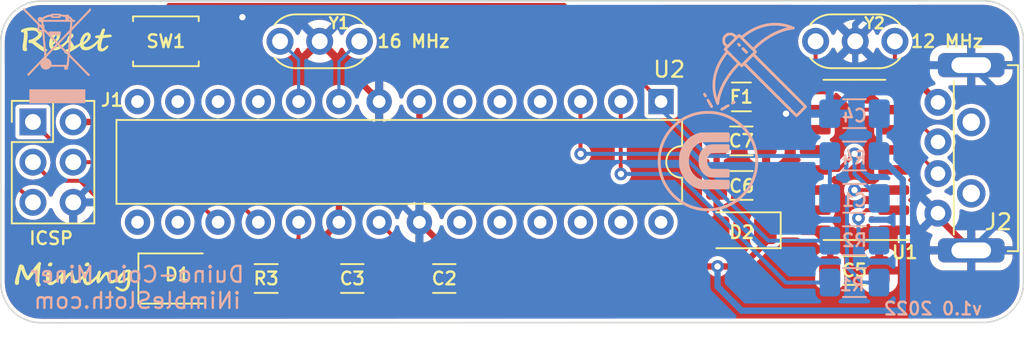
<source format=kicad_pcb>
(kicad_pcb (version 20211014) (generator pcbnew)
  (layers (0 "F.Cu" signal) (31 "B.Cu" signal) (34 "B.Paste" user) (35 "F.Paste" user) (36 "B.SilkS" user "B.Silkscreen") (37 "F.SilkS" user "F.Silkscreen") (38 "B.Mask" user) (39 "F.Mask" user) (44 "Edge.Cuts" user))
  (net 0 "")
  (net 1 "Net-(F1-Pad1)")
  (net 2 "/D-")
  (net 3 "/D+")
  (net 4 "GND")
  (net 5 "Net-(R1-Pad1)")
  (net 6 "RX")
  (net 7 "Net-(R2-Pad1)")
  (net 8 "TX")
  (net 9 "SCK")
  (net 10 "Net-(D1-Pad2)")
  (net 11 "RESET")
  (net 12 "VCC")
  (net 14 "Net-(U1-Pad7)")
  (net 15 "Net-(U1-Pad8)")
  (net 20 "Net-(C1-Pad1)")
  (net 23 "/16mhz+")
  (net 24 "/16mhz-")
  (net 29 "MOSI")
  (net 30 "MISO")
  (net 31 "Net-(C2-Pad2)")
  (net 38 "VUSB")
  (footprint "Resistor_SMD:R_1206_3216Metric_Pad1.30x1.75mm_HandSolder" (layer "F.Cu") (at 118.338 40.386 180)
    (fp_text reference "R3" (at 0 0) (layer "F.SilkS") (effects (font (size 0.8 0.8))))
    (fp_text value "1k")
    (pad "1" smd roundrect locked (at -1.55 0 180) (size 1.3 1.75) (layers "F.Cu" "F.Paste" "F.Mask") (roundrect_rratio 0.1923076923) (net 9 "SCK"))
    (pad "2" smd roundrect locked (at 1.55 0 180) (size 1.3 1.75) (layers "F.Cu" "F.Paste" "F.Mask") (roundrect_rratio 0.1923076923) (net 10 "Net-(D1-Pad2)"))
  )
  (footprint "Package_SO:SOIC-16_3.9x9.9mm_P1.27mm" (layer "F.Cu") (at 155.448 32.893 180)
    (fp_text reference "U1" (at -3.175 -5.842) (layer "F.SilkS") (effects (font (size 0.8 0.8))))
    (fp_text value "CH340G")
    (pad "1" smd roundrect locked (at -2.475 -4.445 180) (size 1.95 0.6) (layers "F.Cu" "F.Paste" "F.Mask") (net 4 "GND"))
    (pad "2" smd roundrect locked (at -2.475 -3.175 180) (size 1.95 0.6) (layers "F.Cu" "F.Paste" "F.Mask") (net 8 "TX"))
    (pad "3" smd roundrect locked (at -2.475 -1.905 180) (size 1.95 0.6) (layers "F.Cu" "F.Paste" "F.Mask") (net 6 "RX"))
    (pad "4" smd roundrect locked (at -2.475 -0.635 180) (size 1.95 0.6) (layers "F.Cu" "F.Paste" "F.Mask"))
    (pad "5" smd roundrect locked (at -2.475 0.635 180) (size 1.95 0.6) (layers "F.Cu" "F.Paste" "F.Mask") (net 3 "/D+"))
    (pad "6" smd roundrect locked (at -2.475 1.905 180) (size 1.95 0.6) (layers "F.Cu" "F.Paste" "F.Mask") (net 2 "/D-"))
    (pad "7" smd roundrect locked (at -2.475 3.175 180) (size 1.95 0.6) (layers "F.Cu" "F.Paste" "F.Mask") (net 14 "Net-(U1-Pad7)"))
    (pad "8" smd roundrect locked (at -2.475 4.445 180) (size 1.95 0.6) (layers "F.Cu" "F.Paste" "F.Mask") (net 15 "Net-(U1-Pad8)"))
    (pad "9" smd roundrect locked (at 2.475 4.445 180) (size 1.95 0.6) (layers "F.Cu" "F.Paste" "F.Mask"))
    (pad "10" smd roundrect locked (at 2.475 3.175 180) (size 1.95 0.6) (layers "F.Cu" "F.Paste" "F.Mask"))
    (pad "11" smd roundrect locked (at 2.475 1.905 180) (size 1.95 0.6) (layers "F.Cu" "F.Paste" "F.Mask"))
    (pad "12" smd roundrect locked (at 2.475 0.635 180) (size 1.95 0.6) (layers "F.Cu" "F.Paste" "F.Mask"))
    (pad "13" smd roundrect locked (at 2.475 -0.635 180) (size 1.95 0.6) (layers "F.Cu" "F.Paste" "F.Mask") (net 20 "Net-(C1-Pad1)"))
    (pad "14" smd roundrect locked (at 2.475 -1.905 180) (size 1.95 0.6) (layers "F.Cu" "F.Paste" "F.Mask"))
    (pad "15" smd roundrect locked (at 2.475 -3.175 180) (size 1.95 0.6) (layers "F.Cu" "F.Paste" "F.Mask"))
    (pad "16" smd roundrect locked (at 2.475 -4.445 180) (size 1.95 0.6) (layers "F.Cu" "F.Paste" "F.Mask") (net 12 "VCC"))
  )
  (footprint "LED_SMD:LED_1210_3225Metric_Pad1.42x2.65mm_HandSolder" (layer "F.Cu") (at 112.7395 40.386)
    (fp_text reference "D1" (at 0 -0.254) (layer "F.SilkS") (effects (font (size 0.8 0.8))))
    (fp_text value "LED - Yellow")
    (pad "1" smd roundrect locked (at -1.4875 0) (size 1.425 2.65) (layers "F.Cu" "F.Paste" "F.Mask") (roundrect_rratio 0.1754392982) (net 4 "GND"))
    (pad "2" smd roundrect locked (at 1.4875 0) (size 1.425 2.65) (layers "F.Cu" "F.Paste" "F.Mask") (roundrect_rratio 0.1754392982) (net 10 "Net-(D1-Pad2)"))
  )
  (footprint "Button_Switch_SMD:SW_Push_SPST_NO_Alps_SKRK" (layer "F.Cu") (at 112.014 25.4)
    (fp_text reference "SW1" (at 0 0) (layer "F.SilkS") (effects (font (size 0.8 0.8))))
    (fp_text value "SW_Push" hide)
    (pad "1" smd roundrect locked (at -2.1 0) (size 0.8 2) (layers "F.Cu" "F.Paste" "F.Mask") (net 11 "RESET"))
    (pad "2" smd roundrect locked (at 2.1 0) (size 0.8 2) (layers "F.Cu" "F.Paste" "F.Mask") (net 4 "GND"))
  )
  (footprint "Crystal:Resonator-3Pin_W6.0mm_H3.0mm" (layer "F.Cu") (at 119.216 25.4)
    (fp_text reference "Y1" (at 3.72 -1.143) (layer "F.SilkS") (effects (font (size 0.7 0.7))))
    (fp_text value "16 MHz" (at 8.419 0) (layer "F.SilkS") (effects (font (size 0.8 0.8))))
    (pad "1" thru_hole circle locked (at 0 0) (size 1.7 1.7) (drill 1) (layers *.Cu *.Mask) (net 24 "/16mhz-"))
    (pad "2" thru_hole circle locked (at 2.5 0) (size 1.7 1.7) (drill 1) (layers *.Cu *.Mask) (net 4 "GND"))
    (pad "3" thru_hole circle locked (at 5 0) (size 1.7 1.7) (drill 1) (layers *.Cu *.Mask) (net 23 "/16mhz+"))
  )
  (footprint "Capacitor_SMD:C_1206_3216Metric_Pad1.33x1.80mm_HandSolder" (layer "F.Cu") (at 129.5745 40.386 180)
    (fp_text reference "C2" (at 0 0) (layer "F.SilkS") (effects (font (size 0.8 0.8))))
    (fp_text value "100nF")
    (pad "1" smd roundrect locked (at -1.5625 0 180) (size 1.325 1.8) (layers "F.Cu" "F.Paste" "F.Mask") (roundrect_rratio 0.1886792453) (net 4 "GND"))
    (pad "2" smd roundrect locked (at 1.5625 0 180) (size 1.325 1.8) (layers "F.Cu" "F.Paste" "F.Mask") (roundrect_rratio 0.1886792453) (net 31 "Net-(C2-Pad2)"))
  )
  (footprint "Diode_SMD:D_1206_3216Metric_Pad1.42x1.75mm_HandSolder" (layer "F.Cu") (at 148.336 37.338 180)
    (fp_text reference "D2" (at 0 -0.127) (layer "F.SilkS") (effects (font (size 0.8 0.8))))
    (fp_text value "SS1P3L")
    (pad "1" smd roundrect locked (at -1.4875 0 180) (size 1.425 1.75) (layers "F.Cu" "F.Paste" "F.Mask") (roundrect_rratio 0.1754392982) (net 12 "VCC"))
    (pad "2" smd roundrect locked (at 1.4875 0 180) (size 1.425 1.75) (layers "F.Cu" "F.Paste" "F.Mask") (roundrect_rratio 0.1754392982) (net 38 "VUSB"))
  )
  (footprint "Capacitor_SMD:C_1206_3216Metric_Pad1.33x1.80mm_HandSolder" (layer "F.Cu") (at 155.448 39.878 180)
    (fp_text reference "C5" (at 0 0) (layer "F.SilkS") (effects (font (size 0.8 0.8))))
    (fp_text value "100nF")
    (pad "1" smd roundrect locked (at -1.5625 0 180) (size 1.325 1.8) (layers "F.Cu" "F.Paste" "F.Mask") (roundrect_rratio 0.1886792453) (net 4 "GND"))
    (pad "2" smd roundrect locked (at 1.5625 0 180) (size 1.325 1.8) (layers "F.Cu" "F.Paste" "F.Mask") (roundrect_rratio 0.1886792453) (net 12 "VCC"))
  )
  (footprint "Capacitor_SMD:C_1206_3216Metric_Pad1.33x1.80mm_HandSolder" (layer "F.Cu") (at 148.3135 34.506332 180)
    (fp_text reference "C6" (at -0.0225 -0.037668) (layer "F.SilkS") (effects (font (size 0.8 0.8))))
    (fp_text value "100nF")
    (pad "1" smd roundrect locked (at -1.5625 0 180) (size 1.325 1.8) (layers "F.Cu" "F.Paste" "F.Mask") (roundrect_rratio 0.1886792453) (net 4 "GND"))
    (pad "2" smd roundrect locked (at 1.5625 0 180) (size 1.325 1.8) (layers "F.Cu" "F.Paste" "F.Mask") (roundrect_rratio 0.1886792453) (net 38 "VUSB"))
  )
  (footprint "footprints:USB_A Plug" (layer "F.Cu") (at 159.664 39.608)
    (fp_text reference "J2" (at 4.86 -2.796 unlocked) (layer "F.SilkS"))
    (fp_text value "USB_A")
    (pad "" thru_hole circle (at 3.15 -9.1) (size 1.8 1.8) (drill 1.1) (layers *.Cu *.Mask))
    (pad "" thru_hole circle (at 3.15 -4.6) (size 1.8 1.8) (drill 1.1) (layers *.Cu *.Mask))
    (pad "1" thru_hole circle (at 1.05 -10.35) (size 1.7 1.7) (drill 0.92) (layers *.Cu *.Mask) (net 1 "Net-(F1-Pad1)"))
    (pad "2" thru_hole circle (at 1.05 -7.85) (size 1.7 1.7) (drill 0.92) (layers *.Cu *.Mask) (net 2 "/D-"))
    (pad "3" thru_hole circle (at 1.05 -5.85) (size 1.7 1.7) (drill 0.92) (layers *.Cu *.Mask) (net 3 "/D+"))
    (pad "4" thru_hole circle (at 1.05 -3.35) (size 1.7 1.7) (drill 0.92) (layers *.Cu *.Mask) (net 4 "GND"))
    (pad "5" thru_hole roundrect (at 3.15 -12.7 90) (size 1.524 4.2) (drill oval 1 2.5) (layers *.Cu *.Mask) (net 4 "GND"))
    (pad "5" thru_hole roundrect (at 3.15 -1 90) (size 1.524 4.2) (drill oval 1 2.5) (layers *.Cu *.Mask) (net 4 "GND"))
  )
  (footprint "Fuse:Fuse_1206_3216Metric_Pad1.42x1.75mm_HandSolder" (layer "F.Cu") (at 148.3135 28.913 180)
    (fp_text reference "F1" (at 0 0) (layer "F.SilkS") (effects (font (size 0.8 0.8))))
    (fp_text value "Polyfuse")
    (pad "1" smd roundrect locked (at -1.4875 0 180) (size 1.425 1.75) (layers "F.Cu" "F.Paste" "F.Mask") (roundrect_rratio 0.1754392982) (net 1 "Net-(F1-Pad1)"))
    (pad "2" smd roundrect locked (at 1.4875 0 180) (size 1.425 1.75) (layers "F.Cu" "F.Paste" "F.Mask") (roundrect_rratio 0.1754392982) (net 38 "VUSB"))
  )
  (footprint "Crystal:Resonator-3Pin_W6.0mm_H3.0mm" (layer "F.Cu") (at 152.998 25.4)
    (fp_text reference "Y2" (at 3.72 -1.143) (layer "F.SilkS") (effects (font (size 0.7 0.7))))
    (fp_text value "12 MHz" (at 8.292 0) (layer "F.SilkS") (effects (font (size 0.8 0.8))))
    (pad "1" thru_hole circle locked (at 0 0) (size 1.7 1.7) (drill 1) (layers *.Cu *.Mask) (net 14 "Net-(U1-Pad7)"))
    (pad "2" thru_hole circle locked (at 2.5 0) (size 1.7 1.7) (drill 1) (layers *.Cu *.Mask) (net 4 "GND"))
    (pad "3" thru_hole circle locked (at 5 0) (size 1.7 1.7) (drill 1) (layers *.Cu *.Mask) (net 15 "Net-(U1-Pad8)"))
  )
  (footprint "LOGO" (layer "F.Cu") (at 106.045 40.259)
    (fp_text reference "G***" hide)
    (fp_text value "LOGO" hide)
  )
  (footprint "Package_DIP:DIP-28_W7.62mm" (layer "F.Cu") (at 143.246 29.21 -90)
    (fp_text reference "U2" (at -2.032 -0.518 180) (layer "F.SilkS"))
    (fp_text value "ATmega328-P")
    (pad "1" thru_hole rect locked (at 0 0 270) (size 1.6 1.6) (drill 0.8) (layers *.Cu *.Mask) (net 11 "RESET"))
    (pad "2" thru_hole oval locked (at 0 2.54 270) (size 1.6 1.6) (drill 0.8) (layers *.Cu *.Mask) (net 5 "Net-(R1-Pad1)"))
    (pad "3" thru_hole oval locked (at 0 5.08 270) (size 1.6 1.6) (drill 0.8) (layers *.Cu *.Mask) (net 7 "Net-(R2-Pad1)"))
    (pad "4" thru_hole oval locked (at 0 7.62 270) (size 1.6 1.6) (drill 0.8) (layers *.Cu *.Mask))
    (pad "5" thru_hole oval locked (at 0 10.16 270) (size 1.6 1.6) (drill 0.8) (layers *.Cu *.Mask))
    (pad "6" thru_hole oval locked (at 0 12.7 270) (size 1.6 1.6) (drill 0.8) (layers *.Cu *.Mask))
    (pad "7" thru_hole oval locked (at 0 15.24 270) (size 1.6 1.6) (drill 0.8) (layers *.Cu *.Mask) (net 12 "VCC"))
    (pad "8" thru_hole oval locked (at 0 17.78 270) (size 1.6 1.6) (drill 0.8) (layers *.Cu *.Mask) (net 4 "GND"))
    (pad "9" thru_hole oval locked (at 0 20.32 270) (size 1.6 1.6) (drill 0.8) (layers *.Cu *.Mask) (net 23 "/16mhz+"))
    (pad "10" thru_hole oval locked (at 0 22.86 270) (size 1.6 1.6) (drill 0.8) (layers *.Cu *.Mask) (net 24 "/16mhz-"))
    (pad "11" thru_hole oval locked (at 0 25.4 270) (size 1.6 1.6) (drill 0.8) (layers *.Cu *.Mask))
    (pad "12" thru_hole oval locked (at 0 27.94 270) (size 1.6 1.6) (drill 0.8) (layers *.Cu *.Mask))
    (pad "13" thru_hole oval locked (at 0 30.48 270) (size 1.6 1.6) (drill 0.8) (layers *.Cu *.Mask))
    (pad "14" thru_hole oval locked (at 0 33.02 270) (size 1.6 1.6) (drill 0.8) (layers *.Cu *.Mask))
    (pad "15" thru_hole oval locked (at 7.62 33.02 270) (size 1.6 1.6) (drill 0.8) (layers *.Cu *.Mask))
    (pad "16" thru_hole oval locked (at 7.62 30.48 270) (size 1.6 1.6) (drill 0.8) (layers *.Cu *.Mask))
    (pad "17" thru_hole oval locked (at 7.62 27.94 270) (size 1.6 1.6) (drill 0.8) (layers *.Cu *.Mask) (net 29 "MOSI"))
    (pad "18" thru_hole oval locked (at 7.62 25.4 270) (size 1.6 1.6) (drill 0.8) (layers *.Cu *.Mask) (net 30 "MISO"))
    (pad "19" thru_hole oval locked (at 7.62 22.86 270) (size 1.6 1.6) (drill 0.8) (layers *.Cu *.Mask) (net 9 "SCK"))
    (pad "20" thru_hole oval locked (at 7.62 20.32 270) (size 1.6 1.6) (drill 0.8) (layers *.Cu *.Mask) (net 12 "VCC"))
    (pad "21" thru_hole oval locked (at 7.62 17.78 270) (size 1.6 1.6) (drill 0.8) (layers *.Cu *.Mask) (net 31 "Net-(C2-Pad2)"))
    (pad "22" thru_hole oval locked (at 7.62 15.24 270) (size 1.6 1.6) (drill 0.8) (layers *.Cu *.Mask) (net 4 "GND"))
    (pad "23" thru_hole oval locked (at 7.62 12.7 270) (size 1.6 1.6) (drill 0.8) (layers *.Cu *.Mask))
    (pad "24" thru_hole oval locked (at 7.62 10.16 270) (size 1.6 1.6) (drill 0.8) (layers *.Cu *.Mask))
    (pad "25" thru_hole oval locked (at 7.62 7.62 270) (size 1.6 1.6) (drill 0.8) (layers *.Cu *.Mask))
    (pad "26" thru_hole oval locked (at 7.62 5.08 270) (size 1.6 1.6) (drill 0.8) (layers *.Cu *.Mask))
    (pad "27" thru_hole oval locked (at 7.62 2.54 270) (size 1.6 1.6) (drill 0.8) (layers *.Cu *.Mask))
    (pad "28" thru_hole oval locked (at 7.62 0 270) (size 1.6 1.6) (drill 0.8) (layers *.Cu *.Mask))
  )
  (footprint "Connector_PinHeader_2.54mm:PinHeader_2x03_P2.54mm_Vertical" (layer "F.Cu") (at 103.627 30.495)
    (fp_text reference "J1" (at 4.9834 -1.3866) (layer "F.SilkS") (effects (font (size 0.8 0.8))))
    (fp_text value "Conn_02x03_Odd_Even")
    (pad "1" thru_hole rect locked (at 0 0) (size 1.7 1.7) (drill 1) (layers *.Cu *.Mask) (net 30 "MISO"))
    (pad "2" thru_hole oval locked (at 2.54 0) (size 1.7 1.7) (drill 1) (layers *.Cu *.Mask) (net 12 "VCC"))
    (pad "3" thru_hole oval locked (at 0 2.54) (size 1.7 1.7) (drill 1) (layers *.Cu *.Mask) (net 9 "SCK"))
    (pad "4" thru_hole oval locked (at 2.54 2.54) (size 1.7 1.7) (drill 1) (layers *.Cu *.Mask) (net 29 "MOSI"))
    (pad "5" thru_hole oval locked (at 0 5.08) (size 1.7 1.7) (drill 1) (layers *.Cu *.Mask) (net 11 "RESET"))
    (pad "6" thru_hole oval locked (at 2.54 5.08) (size 1.7 1.7) (drill 1) (layers *.Cu *.Mask) (net 4 "GND"))
  )
  (footprint "Capacitor_SMD:C_1206_3216Metric_Pad1.33x1.80mm_HandSolder" (layer "F.Cu") (at 123.771 40.386 180)
    (fp_text reference "C3" (at 0 0) (layer "F.SilkS") (effects (font (size 0.8 0.8))))
    (fp_text value "4.7uF")
    (pad "1" smd roundrect locked (at -1.5625 0 180) (size 1.325 1.8) (layers "F.Cu" "F.Paste" "F.Mask") (roundrect_rratio 0.1886792453) (net 4 "GND"))
    (pad "2" smd roundrect locked (at 1.5625 0 180) (size 1.325 1.8) (layers "F.Cu" "F.Paste" "F.Mask") (roundrect_rratio 0.1886792453) (net 12 "VCC"))
  )
  (footprint "LOGO" (layer "F.Cu") (at 105.791 25.273)
    (fp_text reference "G***" hide)
    (fp_text value "LOGO" hide)
  )
  (footprint "Capacitor_SMD:C_1206_3216Metric_Pad1.33x1.80mm_HandSolder" (layer "F.Cu") (at 148.3135 31.694666 180)
    (fp_text reference "C7" (at 0 0) (layer "F.SilkS") (effects (font (size 0.8 0.8))))
    (fp_text value "4.7uF")
    (pad "1" smd roundrect locked (at -1.5625 0 180) (size 1.325 1.8) (layers "F.Cu" "F.Paste" "F.Mask") (roundrect_rratio 0.1886792453) (net 4 "GND"))
    (pad "2" smd roundrect locked (at 1.5625 0 180) (size 1.325 1.8) (layers "F.Cu" "F.Paste" "F.Mask") (roundrect_rratio 0.1886792453) (net 38 "VUSB"))
  )
  (footprint "Resistor_SMD:R_1206_3216Metric_Pad1.30x1.75mm_HandSolder" (layer "B.Cu") (at 155.448 37.9955)
    (fp_text reference "R2" (at 0 -0.0225) (layer "B.SilkS") (effects (font (size 0.8 0.8)) (justify mirror)))
    (fp_text value "1k")
    (pad "1" smd roundrect locked (at -1.55 0) (size 1.3 1.75) (layers "B.Cu" "B.Paste" "B.Mask") (roundrect_rratio 0.1923076923) (net 7 "Net-(R2-Pad1)"))
    (pad "2" smd roundrect locked (at 1.55 0) (size 1.3 1.75) (layers "B.Cu" "B.Paste" "B.Mask") (roundrect_rratio 0.1923076923) (net 8 "TX"))
  )
  (footprint "Capacitor_SMD:C_1206_3216Metric_Pad1.33x1.80mm_HandSolder" (layer "B.Cu") (at 155.448 29.972)
    (fp_text reference "C4" (at 0 0.127) (layer "B.SilkS") (effects (font (size 0.8 0.8)) (justify mirror)))
    (fp_text value "4.7uF")
    (pad "1" smd roundrect locked (at -1.5625 0) (size 1.325 1.8) (layers "B.Cu" "B.Paste" "B.Mask") (roundrect_rratio 0.1886792453) (net 4 "GND"))
    (pad "2" smd roundrect locked (at 1.5625 0) (size 1.325 1.8) (layers "B.Cu" "B.Paste" "B.Mask") (roundrect_rratio 0.1886792453) (net 12 "VCC"))
  )
  (footprint "LOGO" (layer "B.Cu") (at 147.701 30.226 180)
    (fp_text reference "G***" hide)
    (fp_text value "LOGO" hide)
  )
  (footprint "Resistor_SMD:R_1206_3216Metric_Pad1.30x1.75mm_HandSolder" (layer "B.Cu") (at 155.448 32.6465)
    (fp_text reference "R4" (at -0.026 0.1195) (layer "B.SilkS") (effects (font (size 0.8 0.8)) (justify mirror)))
    (fp_text value "1k")
    (pad "1" smd roundrect locked (at -1.55 0) (size 1.3 1.75) (layers "B.Cu" "B.Paste" "B.Mask") (roundrect_rratio 0.1923076923) (net 11 "RESET"))
    (pad "2" smd roundrect locked (at 1.55 0) (size 1.3 1.75) (layers "B.Cu" "B.Paste" "B.Mask") (roundrect_rratio 0.1923076923) (net 12 "VCC"))
  )
  (footprint "Capacitor_SMD:C_1206_3216Metric_Pad1.33x1.80mm_HandSolder" (layer "B.Cu") (at 155.448 35.321 180)
    (fp_text reference "C1" (at 0 -0.112) (layer "B.SilkS") (effects (font (size 0.8 0.8)) (justify mirror)))
    (fp_text value "100nF")
    (pad "1" smd roundrect locked (at -1.5625 0 180) (size 1.325 1.8) (layers "B.Cu" "B.Paste" "B.Mask") (roundrect_rratio 0.1886792453) (net 20 "Net-(C1-Pad1)"))
    (pad "2" smd roundrect locked (at 1.5625 0 180) (size 1.325 1.8) (layers "B.Cu" "B.Paste" "B.Mask") (roundrect_rratio 0.1886792453) (net 11 "RESET"))
  )
  (footprint "Symbol:WEEE-Logo_4.2x6mm_SilkScreen" (layer "B.Cu") (at 105.156 26.289 180)
    (fp_text reference "REF**" hide)
    (fp_text value "WEEE-Logo_4.2x6mm_SilkScreen" hide)
  )
  (footprint "Resistor_SMD:R_1206_3216Metric_Pad1.30x1.75mm_HandSolder" (layer "B.Cu") (at 155.448 40.64)
    (fp_text reference "R1" (at -0.153 0.127) (layer "B.SilkS") (effects (font (size 0.8 0.8)) (justify mirror)))
    (fp_text value "1k")
    (pad "1" smd roundrect locked (at -1.55 0) (size 1.3 1.75) (layers "B.Cu" "B.Paste" "B.Mask") (roundrect_rratio 0.1923076923) (net 5 "Net-(R1-Pad1)"))
    (pad "2" smd roundrect locked (at 1.55 0) (size 1.3 1.75) (layers "B.Cu" "B.Paste" "B.Mask") (roundrect_rratio 0.1923076923) (net 6 "RX"))
  )
  (gr_line (start 163.576 43.162) (end 104.14 43.18) (layer "Edge.Cuts") (width 0.1))
  (gr_line (start 104.14 22.86) (end 163.576 22.842) (layer "Edge.Cuts") (width 0.1))
  (gr_arc (start 163.576 22.842) (mid 165.372051 23.585949) (end 166.116 25.382) (layer "Edge.Cuts") (width 0.1))
  (gr_arc (start 166.116 40.622) (mid 165.372051 42.418051) (end 163.576 43.162) (layer "Edge.Cuts") (width 0.1))
  (gr_line (start 166.116 25.382) (end 166.116 40.622) (layer "Edge.Cuts") (width 0.1))
  (gr_arc (start 104.14 43.18) (mid 102.343949 42.436051) (end 101.6 40.64) (layer "Edge.Cuts") (width 0.1))
  (gr_line (start 101.6 40.64) (end 101.6 25.4) (layer "Edge.Cuts") (width 0.1))
  (gr_arc (start 101.6 25.4) (mid 102.343949 23.603949) (end 104.14 22.86) (layer "Edge.Cuts") (width 0.1))
  (gr_text "v1.0 2022" (at 160.401 42.291) (layer "B.SilkS") (effects (font (size 0.8 0.8)) (justify mirror)))
  (gr_text "iNimbleSloth.com" (at 110.21 41.783) (layer "B.SilkS") (effects (font (size 1 1)) (justify mirror)))
  (gr_text "Duino-Coin Miner" (at 110.21 40.132) (layer "B.SilkS") (effects (font (size 1 1)) (justify mirror)))
  (gr_text "ICSP" (at 104.775 37.846) (layer "F.SilkS") (effects (font (size 0.8 0.8))))
  (segment (start 159.766 24.384) (end 159.004 23.622) (width 0.4) (layer "F.Cu") (net 1))
  (segment (start 160.714 29.258) (end 159.766 28.31) (width 0.4) (layer "F.Cu") (net 1))
  (segment (start 159.004 23.622) (end 151.892 23.622) (width 0.4) (layer "F.Cu") (net 1))
  (segment (start 149.801 25.713) (end 149.801 28.913) (width 0.4) (layer "F.Cu") (net 1))
  (segment (start 151.892 23.622) (end 149.801 25.713) (width 0.4) (layer "F.Cu") (net 1))
  (segment (start 159.766 28.31) (end 159.766 24.384) (width 0.4) (layer "F.Cu") (net 1))
  (segment (start 159.944 30.988) (end 160.714 31.758) (width 0.2) (layer "F.Cu") (net 2))
  (segment (start 157.923 30.988) (end 159.944 30.988) (width 0.2) (layer "F.Cu") (net 2))
  (segment (start 157.923 32.258) (end 159.214 32.258) (width 0.2) (layer "F.Cu") (net 3))
  (segment (start 159.214 32.258) (end 160.714 33.758) (width 0.2) (layer "F.Cu") (net 3))
  (segment (start 159.634 37.338) (end 160.714 36.258) (width 0.4) (layer "F.Cu") (net 4))
  (segment (start 157.923 37.657) (end 157.0105 38.5695) (width 0.4) (layer "F.Cu") (net 4))
  (segment (start 149.876 31.226) (end 151.13 29.972) (width 0.4) (layer "F.Cu") (net 4))
  (segment (start 157.0105 42.1255) (end 156.972 42.164) (width 0.4) (layer "F.Cu") (net 4))
  (segment (start 157.0105 39.878) (end 157.0105 42.1255) (width 0.4) (layer "F.Cu") (net 4))
  (segment (start 125.73 42.164) (end 125.3335 41.7675) (width 0.4) (layer "F.Cu") (net 4))
  (segment (start 106.924 40.386) (end 106.167 39.629) (width 0.4) (layer "F.Cu") (net 4))
  (segment (start 149.876 31.694666) (end 149.876 31.226) (width 0.4) (layer "F.Cu") (net 4))
  (segment (start 125.3335 40.386) (end 125.3335 41.7675) (width 0.4) (layer "F.Cu") (net 4))
  (segment (start 114.114 25.4) (end 115.638 23.876) (width 0.4) (layer "F.Cu") (net 4))
  (segment (start 160.714 36.508) (end 162.814 38.608) (width 0.4) (layer "F.Cu") (net 4))
  (segment (start 125.466 29.15) (end 125.466 29.21) (width 0.4) (layer "F.Cu") (net 4))
  (segment (start 157.923 37.338) (end 157.923 37.657) (width 0.4) (layer "F.Cu") (net 4))
  (segment (start 149.876 31.694666) (end 149.876 34.506332) (width 0.4) (layer "F.Cu") (net 4))
  (segment (start 131.826 42.164) (end 131.137 41.475) (width 0.4) (layer "F.Cu") (net 4))
  (segment (start 115.638 23.876) (end 120.192 23.876) (width 0.4) (layer "F.Cu") (net 4))
  (segment (start 157.923 37.338) (end 159.634 37.338) (width 0.4) (layer "F.Cu") (net 4))
  (segment (start 128.006 36.83) (end 131.137 39.961) (width 0.4) (layer "F.Cu") (net 4))
  (segment (start 120.192 23.876) (end 121.716 25.4) (width 0.4) (layer "F.Cu") (net 4))
  (segment (start 106.167 35.575) (end 106.167 39.629) (width 0.4) (layer "F.Cu") (net 4))
  (segment (start 131.137 41.475) (end 131.137 40.386) (width 0.4) (layer "F.Cu") (net 4))
  (segment (start 157.0105 38.5695) (end 157.0105 39.878) (width 0.4) (layer "F.Cu") (net 4))
  (segment (start 160.714 36.258) (end 160.714 36.508) (width 0.4) (layer "F.Cu") (net 4))
  (segment (start 156.972 42.164) (end 131.826 42.164) (width 0.4) (layer "F.Cu") (net 4))
  (segment (start 111.252 40.386) (end 106.924 40.386) (width 0.4) (layer "F.Cu") (net 4))
  (segment (start 121.716 25.4) (end 125.466 29.15) (width 0.4) (layer "F.Cu") (net 4))
  (segment (start 131.826 42.164) (end 125.73 42.164) (width 0.4) (layer "F.Cu") (net 4))
  (segment (start 131.137 39.961) (end 131.137 40.386) (width 0.4) (layer "F.Cu") (net 4))
  (via (at 116.84 23.876) (size 0.8) (drill 0.4) (layers "F.Cu" "B.Cu") (net 4))
  (via (at 151.13 29.972) (size 0.8) (drill 0.4) (layers "F.Cu" "B.Cu") (net 4))
  (segment (start 125.466 34.29) (end 128.006 36.83) (width 0.4) (layer "B.Cu") (net 4))
  (segment (start 125.466 29.21) (end 125.466 34.29) (width 0.4) (layer "B.Cu") (net 4))
  (segment (start 164.846 28.94) (end 162.814 26.908) (width 0.4) (layer "B.Cu") (net 4))
  (segment (start 164.846 36.576) (end 164.846 28.94) (width 0.4) (layer "B.Cu") (net 4))
  (segment (start 108.204 28.194) (end 108.966 27.432) (width 0.4) (layer "B.Cu") (net 4))
  (segment (start 162.814 38.608) (end 164.846 36.576) (width 0.4) (layer "B.Cu") (net 4))
  (segment (start 155.498 25.4) (end 155.498 24.334) (width 0.4) (layer "B.Cu") (net 4))
  (segment (start 162.56 23.622) (end 162.814 23.876) (width 0.4) (layer "B.Cu") (net 4))
  (segment (start 106.167 35.575) (end 108.204 33.538) (width 0.4) (layer "B.Cu") (net 4))
  (segment (start 153.8855 29.972) (end 151.13 29.972) (width 0.4) (layer "B.Cu") (net 4))
  (segment (start 156.21 23.622) (end 162.56 23.622) (width 0.4) (layer "B.Cu") (net 4))
  (segment (start 162.814 23.876) (end 162.814 26.908) (width 0.4) (layer "B.Cu") (net 4))
  (segment (start 155.498 28.3595) (end 155.498 25.4) (width 0.4) (layer "B.Cu") (net 4))
  (segment (start 115.316 27.432) (end 116.84 25.908) (width 0.4) (layer "B.Cu") (net 4))
  (segment (start 153.8855 29.972) (end 155.498 28.3595) (width 0.4) (layer "B.Cu") (net 4))
  (segment (start 155.498 24.334) (end 156.21 23.622) (width 0.4) (layer "B.Cu") (net 4))
  (segment (start 108.966 27.432) (end 115.316 27.432) (width 0.4) (layer "B.Cu") (net 4))
  (segment (start 108.204 33.538) (end 108.204 28.194) (width 0.4) (layer "B.Cu") (net 4))
  (segment (start 116.84 25.908) (end 116.84 23.876) (width 0.4) (layer "B.Cu") (net 4))
  (segment (start 140.716 33.782) (end 140.706 33.772) (width 0.25) (layer "F.Cu") (net 5))
  (segment (start 140.706 33.772) (end 140.706 29.21) (width 0.25) (layer "F.Cu") (net 5))
  (via (at 140.716 33.782) (size 0.8) (drill 0.4) (layers "F.Cu" "B.Cu") (net 5))
  (segment (start 144.272 33.782) (end 140.716 33.782) (width 0.25) (layer "B.Cu") (net 5))
  (segment (start 151.13 40.64) (end 144.272 33.782) (width 0.25) (layer "B.Cu") (net 5))
  (segment (start 153.898 40.64) (end 151.13 40.64) (width 0.25) (layer "B.Cu") (net 5))
  (segment (start 157.923 34.798) (end 155.448 34.798) (width 0.25) (layer "F.Cu") (net 6))
  (via (at 155.448 34.798) (size 0.8) (drill 0.4) (layers "F.Cu" "B.Cu") (net 6))
  (segment (start 155.956 40.64) (end 156.998 40.64) (width 0.25) (layer "B.Cu") (net 6))
  (segment (start 155.448 34.798) (end 154.977489 35.268511) (width 0.25) (layer "B.Cu") (net 6))
  (segment (start 154.977489 35.268511) (end 154.977489 39.661489) (width 0.25) (layer "B.Cu") (net 6))
  (segment (start 154.977489 39.661489) (end 155.956 40.64) (width 0.25) (layer "B.Cu") (net 6))
  (segment (start 138.166 32.502) (end 138.166 29.21) (width 0.25) (layer "F.Cu") (net 7))
  (segment (start 138.176 32.512) (end 138.166 32.502) (width 0.25) (layer "F.Cu") (net 7))
  (via (at 138.176 32.512) (size 0.8) (drill 0.4) (layers "F.Cu" "B.Cu") (net 7))
  (segment (start 153.898 37.9955) (end 150.0095 37.9955) (width 0.25) (layer "B.Cu") (net 7))
  (segment (start 144.526 32.512) (end 138.176 32.512) (width 0.25) (layer "B.Cu") (net 7))
  (segment (start 150.0095 37.9955) (end 144.526 32.512) (width 0.25) (layer "B.Cu") (net 7))
  (segment (start 157.923 36.068) (end 156.21 36.068) (width 0.25) (layer "F.Cu") (net 8))
  (segment (start 156.21 36.068) (end 155.702 36.576) (width 0.25) (layer "F.Cu") (net 8))
  (via (at 155.702 36.576) (size 0.8) (drill 0.4) (layers "F.Cu" "B.Cu") (net 8))
  (segment (start 155.702 37.846) (end 155.8515 37.9955) (width 0.25) (layer "B.Cu") (net 8))
  (segment (start 155.8515 37.9955) (end 156.998 37.9955) (width 0.25) (layer "B.Cu") (net 8))
  (segment (start 155.702 36.576) (end 155.702 37.846) (width 0.25) (layer "B.Cu") (net 8))
  (segment (start 108.712 38.354) (end 119.634 38.354) (width 0.25) (layer "F.Cu") (net 9))
  (segment (start 104.801511 34.209511) (end 106.599511 34.209511) (width 0.25) (layer "F.Cu") (net 9))
  (segment (start 107.95 35.56) (end 107.95 37.592) (width 0.25) (layer "F.Cu") (net 9))
  (segment (start 119.888 38.354) (end 120.386 37.856) (width 0.25) (layer "F.Cu") (net 9))
  (segment (start 107.95 37.592) (end 108.712 38.354) (width 0.25) (layer "F.Cu") (net 9))
  (segment (start 120.386 37.856) (end 120.386 36.83) (width 0.25) (layer "F.Cu") (net 9))
  (segment (start 106.599511 34.209511) (end 107.95 35.56) (width 0.25) (layer "F.Cu") (net 9))
  (segment (start 103.627 33.035) (end 104.801511 34.209511) (width 0.25) (layer "F.Cu") (net 9))
  (segment (start 119.888 38.354) (end 119.888 40.386) (width 0.25) (layer "F.Cu") (net 9))
  (segment (start 119.634 38.354) (end 119.888 38.354) (width 0.25) (layer "F.Cu") (net 9))
  (segment (start 116.788 40.386) (end 114.227 40.386) (width 0.25) (layer "F.Cu") (net 10))
  (segment (start 137.137489 23.101489) (end 143.246 29.21) (width 0.25) (layer "F.Cu") (net 11))
  (segment (start 102.108 34.056) (end 102.108 27.432) (width 0.25) (layer "F.Cu") (net 11))
  (segment (start 104.14 25.4) (end 109.914 25.4) (width 0.25) (layer "F.Cu") (net 11))
  (segment (start 103.627 35.575) (end 102.108 34.056) (width 0.25) (layer "F.Cu") (net 11))
  (segment (start 112.212511 23.101489) (end 137.137489 23.101489) (width 0.25) (layer "F.Cu") (net 11))
  (segment (start 102.108 27.432) (end 104.14 25.4) (width 0.25) (layer "F.Cu") (net 11))
  (segment (start 109.914 25.4) (end 112.212511 23.101489) (width 0.25) (layer "F.Cu") (net 11))
  (segment (start 146.1845 32.6465) (end 143.246 29.708) (width 0.25) (layer "B.Cu") (net 11))
  (segment (start 153.898 32.6465) (end 153.898 35.3085) (width 0.25) (layer "B.Cu") (net 11))
  (segment (start 153.898 35.3085) (end 153.8855 35.321) (width 0.25) (layer "B.Cu") (net 11))
  (segment (start 143.246 29.708) (end 143.246 29.21) (width 0.25) (layer "B.Cu") (net 11))
  (segment (start 153.898 32.6465) (end 146.1845 32.6465) (width 0.25) (layer "B.Cu") (net 11))
  (segment (start 128.016 30.48) (end 128.006 30.47) (width 0.4) (layer "F.Cu") (net 12))
  (segment (start 126.472 31.242) (end 127.254 31.242) (width 0.4) (layer "F.Cu") (net 12))
  (segment (start 122.2085 40.386) (end 122.2085 37.5475) (width 0.4) (layer "F.Cu") (net 12))
  (segment (start 145.034 39.116) (end 145.542 39.624) (width 0.4) (layer "F.Cu") (net 12))
  (segment (start 153.924 39.8395) (end 153.8855 39.878) (width 0.4) (layer "F.Cu") (net 12))
  (segment (start 145.542 39.624) (end 148.336 39.624) (width 0.4) (layer "F.Cu") (net 12))
  (segment (start 109.474 30.988) (end 119.126 30.988) (width 0.4) (layer "F.Cu") (net 12))
  (segment (start 128.016 30.48) (end 132.334 34.798) (width 0.4) (layer "F.Cu") (net 12))
  (segment (start 149.8235 38.1365) (end 149.8235 37.338) (width 0.4) (layer "F.Cu") (net 12))
  (segment (start 106.167 30.495) (end 108.981 30.495) (width 0.4) (layer "F.Cu") (net 12))
  (segment (start 149.8235 37.338) (end 152.973 37.338) (width 0.4) (layer "F.Cu") (net 12))
  (segment (start 122.2085 37.5475) (end 122.926 36.83) (width 0.4) (layer "F.Cu") (net 12))
  (segment (start 132.334 34.798) (end 143.764 34.798) (width 0.4) (layer "F.Cu") (net 12))
  (segment (start 122.926 34.788) (end 126.472 31.242) (width 0.4) (layer "F.Cu") (net 12))
  (segment (start 108.981 30.495) (end 109.474 30.988) (width 0.4) (layer "F.Cu") (net 12))
  (segment (start 152.973 37.403) (end 153.924 38.354) (width 0.4) (layer "F.Cu") (net 12))
  (segment (start 143.764 34.798) (end 145.034 36.068) (width 0.4) (layer "F.Cu") (net 12))
  (segment (start 152.973 37.338) (end 152.973 37.403) (width 0.4) (layer "F.Cu") (net 12))
  (segment (start 153.924 38.354) (end 153.924 39.8395) (width 0.4) (layer "F.Cu") (net 12))
  (segment (start 145.034 36.068) (end 145.034 39.116) (width 0.4) (layer "F.Cu") (net 12))
  (segment (start 127.254 31.242) (end 128.016 30.48) (width 0.4) (layer "F.Cu") (net 12))
  (segment (start 148.336 39.624) (end 149.8235 38.1365) (width 0.4) (layer "F.Cu") (net 12))
  (segment (start 128.006 30.47) (end 128.006 29.21) (width 0.4) (layer "F.Cu") (net 12))
  (segment (start 119.126 30.988) (end 122.926 34.788) (width 0.4) (layer "F.Cu") (net 12))
  (segment (start 122.926 34.788) (end 122.926 36.83) (width 0.4) (layer "F.Cu") (net 12))
  (via (at 146.812 39.624) (size 0.8) (drill 0.4) (layers "F.Cu" "B.Cu") (net 12))
  (segment (start 157.0105 29.972) (end 157.0105 32.634) (width 0.4) (layer "B.Cu") (net 12))
  (segment (start 156.998 32.6465) (end 158.496 34.1445) (width 0.4) (layer "B.Cu") (net 12))
  (segment (start 157.0105 32.634) (end 156.998 32.6465) (width 0.4) (layer "B.Cu") (net 12))
  (segment (start 146.812 40.894) (end 146.812 39.624) (width 0.4) (layer "B.Cu") (net 12))
  (segment (start 158.496 34.1445) (end 158.496 42.418) (width 0.4) (layer "B.Cu") (net 12))
  (segment (start 158.496 42.418) (end 148.336 42.418) (width 0.4) (layer "B.Cu") (net 12))
  (segment (start 148.336 42.418) (end 146.812 40.894) (width 0.4) (layer "B.Cu") (net 12))
  (segment (start 152.998 25.4) (end 152.998 26.76) (width 0.25) (layer "F.Cu") (net 14))
  (segment (start 152.998 26.76) (end 155.956 29.718) (width 0.25) (layer "F.Cu") (net 14))
  (segment (start 155.956 29.718) (end 157.923 29.718) (width 0.25) (layer "F.Cu") (net 14))
  (segment (start 157.998 28.373) (end 157.923 28.448) (width 0.25) (layer "F.Cu") (net 15))
  (segment (start 157.998 25.4) (end 157.998 28.373) (width 0.25) (layer "F.Cu") (net 15))
  (segment (start 155.448 32.512) (end 154.432 33.528) (width 0.25) (layer "F.Cu") (net 20))
  (segment (start 154.432 33.528) (end 152.973 33.528) (width 0.25) (layer "F.Cu") (net 20))
  (via (at 155.448 32.512) (size 0.8) (drill 0.4) (layers "F.Cu" "B.Cu") (net 20))
  (segment (start 155.702 34.0125) (end 155.6785 34.0125) (width 0.25) (layer "B.Cu") (net 20))
  (segment (start 155.448 33.782) (end 155.448 32.512) (width 0.25) (layer "B.Cu") (net 20))
  (segment (start 157.0105 35.321) (end 155.702 34.0125) (width 0.25) (layer "B.Cu") (net 20))
  (segment (start 155.6785 34.0125) (end 155.448 33.782) (width 0.25) (layer "B.Cu") (net 20))
  (segment (start 124.216 25.4) (end 122.926 26.69) (width 0.2) (layer "B.Cu") (net 23))
  (segment (start 122.926 26.69) (end 122.926 29.21) (width 0.2) (layer "B.Cu") (net 23))
  (segment (start 120.386 26.57) (end 120.386 29.21) (width 0.2) (layer "B.Cu") (net 24))
  (segment (start 119.216 25.4) (end 120.386 26.57) (width 0.2) (layer "B.Cu") (net 24))
  (segment (start 106.167 33.035) (end 111.511 33.035) (width 0.25) (layer "F.Cu") (net 29))
  (segment (start 111.511 33.035) (end 115.306 36.83) (width 0.25) (layer "F.Cu") (net 29))
  (segment (start 112.735511 31.719511) (end 117.846 36.83) (width 0.25) (layer "F.Cu") (net 30))
  (segment (start 103.627 30.495) (end 104.851511 31.719511) (width 0.25) (layer "F.Cu") (net 30))
  (segment (start 104.851511 31.719511) (end 112.735511 31.719511) (width 0.25) (layer "F.Cu") (net 30))
  (segment (start 128.012 39.376) (end 128.012 40.386) (width 0.25) (layer "F.Cu") (net 31))
  (segment (start 125.466 36.83) (end 128.012 39.376) (width 0.25) (layer "F.Cu") (net 31))
  (segment (start 146.751 37.2405) (end 146.8485 37.338) (width 0.4) (layer "F.Cu") (net 38))
  (segment (start 146.751 31.694666) (end 146.751 34.506332) (width 0.4) (layer "F.Cu") (net 38))
  (segment (start 146.826 28.913) (end 146.826 31.619666) (width 0.4) (layer "F.Cu") (net 38))
  (segment (start 146.826 31.619666) (end 146.751 31.694666) (width 0.4) (layer "F.Cu") (net 38))
  (segment (start 146.751 34.506332) (end 146.751 37.2405) (width 0.4) (layer "F.Cu") (net 38))
  (zone (net 4) (net_name "GND") (layer "F.Cu") (connect_pads (clearance 0.254)) (min_thickness 0.254) (fill yes (thermal_gap 0.508) (thermal_bridge_width 0.508) (island_removal_mode 1) (island_area_min 0))
    (polygon (pts (xy 166.116 43.18) (xy 101.6 43.18) (xy 101.6 22.86) (xy 166.116 22.86)))
  )
  (zone (net 4) (net_name "GND") (layer "B.Cu") (connect_pads (clearance 0.254)) (min_thickness 0.254) (fill yes (thermal_gap 0.508) (thermal_bridge_width 0.508) (island_removal_mode 1) (island_area_min 0))
    (polygon (pts (xy 166.116 43.18) (xy 101.6 43.18) (xy 101.6 22.86) (xy 166.116 22.86)))
  )
)
</source>
